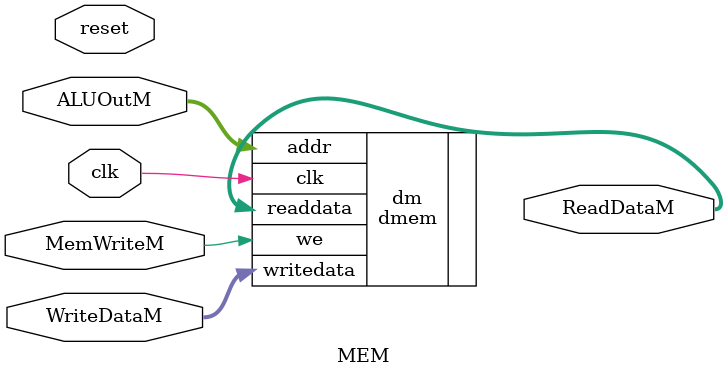
<source format=sv>
module MEM
    (input logic clk, reset, MemWriteM,
    input logic [31:0] ALUOutM, WriteDataM,
    output logic [31:0] ReadDataM);

    dmem    dm (.clk(clk), .we(MemWriteM), .addr(ALUOutM), .writedata(WriteDataM), .readdata(ReadDataM));

endmodule

</source>
